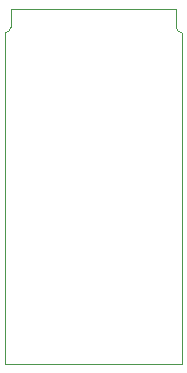
<source format=gbr>
%TF.GenerationSoftware,KiCad,Pcbnew,(6.0.1-0)*%
%TF.CreationDate,2023-04-29T18:47:23+02:00*%
%TF.ProjectId,picoprobe,7069636f-7072-46f6-9265-2e6b69636164,rev?*%
%TF.SameCoordinates,Original*%
%TF.FileFunction,Profile,NP*%
%FSLAX46Y46*%
G04 Gerber Fmt 4.6, Leading zero omitted, Abs format (unit mm)*
G04 Created by KiCad (PCBNEW (6.0.1-0)) date 2023-04-29 18:47:23*
%MOMM*%
%LPD*%
G01*
G04 APERTURE LIST*
%TA.AperFunction,Profile*%
%ADD10C,0.100000*%
%TD*%
G04 APERTURE END LIST*
D10*
X167150000Y-85150000D02*
G75*
G03*
X167650000Y-85650000I500001J1D01*
G01*
X152650000Y-113650000D02*
X152650000Y-85650000D01*
X152650000Y-85650000D02*
G75*
G03*
X153150000Y-85150000I-1J500001D01*
G01*
X153150000Y-83650000D02*
X167150000Y-83650000D01*
X167650000Y-113650000D02*
X152650000Y-113650000D01*
X153150000Y-83650000D02*
X153150000Y-85150000D01*
X167150000Y-83650000D02*
X167150000Y-85150000D01*
X167650000Y-85650000D02*
X167650000Y-113650000D01*
M02*

</source>
